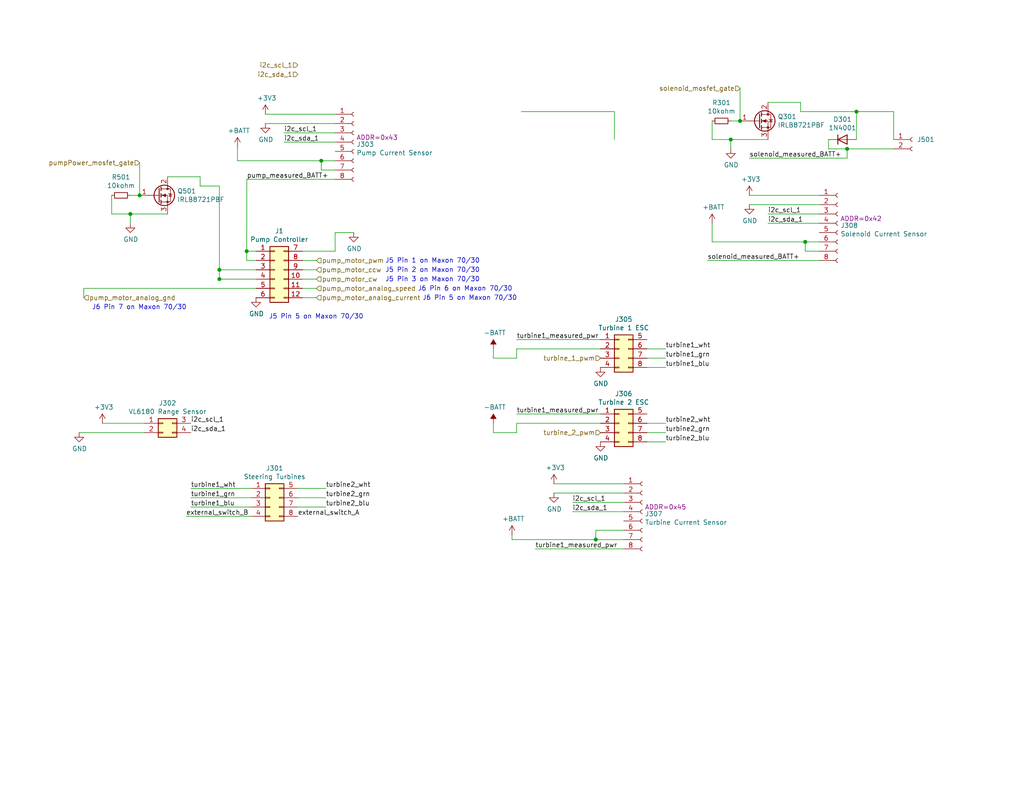
<source format=kicad_sch>
(kicad_sch (version 20211123) (generator eeschema)
  (paper "USLetter")
  (title_block (date "2021-11-10") (rev "1.0"))
  (lib_symbols
    (symbol "Connector:Conn_01x02_Female" (pin_names (offset 1.016) hide)
      (property "Reference" "J" (at 0 2.54 0))
      (property "Value" "Conn_01x02_Female" (at 0 -5.08 0))
      (symbol "Conn_01x02_Female_1_1"
        (arc (start 0 -2.032) (mid -0.508 -2.54) (end 0 -3.048) (stroke (width 0.1524)))
        (polyline (pts (xy -1.27 -2.54) (xy -0.508 -2.54)) (stroke (width 0.1524)))
        (polyline (pts (xy -1.27 0) (xy -0.508 0)) (stroke (width 0.1524)))
        (arc (start 0 0.508) (mid -0.508 0) (end 0 -0.508) (stroke (width 0.1524)))
        (pin passive line (at -5.08 0 0) (length 3.81) (name "Pin_1") (number "1"))
        (pin passive line (at -5.08 -2.54 0) (length 3.81) (name "Pin_2") (number "2"))
      )
    )
    (symbol "Connector:Conn_01x08_Female" (pin_names (offset 1.016) hide)
      (property "Reference" "J" (at 0 10.16 0))
      (property "Value" "Conn_01x08_Female" (at 0 -12.7 0))
      (symbol "Conn_01x08_Female_1_1"
        (arc (start 0 -9.652) (mid -0.508 -10.16) (end 0 -10.668) (stroke (width 0.1524)))
        (arc (start 0 -7.112) (mid -0.508 -7.62) (end 0 -8.128) (stroke (width 0.1524)))
        (arc (start 0 -4.572) (mid -0.508 -5.08) (end 0 -5.588) (stroke (width 0.1524)))
        (arc (start 0 -2.032) (mid -0.508 -2.54) (end 0 -3.048) (stroke (width 0.1524)))
        (polyline (pts (xy -1.27 -10.16) (xy -0.508 -10.16)) (stroke (width 0.1524)))
        (polyline (pts (xy -1.27 -7.62) (xy -0.508 -7.62)) (stroke (width 0.1524)))
        (polyline (pts (xy -1.27 -5.08) (xy -0.508 -5.08)) (stroke (width 0.1524)))
        (polyline (pts (xy -1.27 -2.54) (xy -0.508 -2.54)) (stroke (width 0.1524)))
        (polyline (pts (xy -1.27 0) (xy -0.508 0)) (stroke (width 0.1524)))
        (polyline (pts (xy -1.27 2.54) (xy -0.508 2.54)) (stroke (width 0.1524)))
        (polyline (pts (xy -1.27 5.08) (xy -0.508 5.08)) (stroke (width 0.1524)))
        (polyline (pts (xy -1.27 7.62) (xy -0.508 7.62)) (stroke (width 0.1524)))
        (arc (start 0 0.508) (mid -0.508 0) (end 0 -0.508) (stroke (width 0.1524)))
        (arc (start 0 3.048) (mid -0.508 2.54) (end 0 2.032) (stroke (width 0.1524)))
        (arc (start 0 5.588) (mid -0.508 5.08) (end 0 4.572) (stroke (width 0.1524)))
        (arc (start 0 8.128) (mid -0.508 7.62) (end 0 7.112) (stroke (width 0.1524)))
        (pin passive line (at -5.08 7.62 0) (length 3.81) (name "Pin_1") (number "1"))
        (pin passive line (at -5.08 5.08 0) (length 3.81) (name "Pin_2") (number "2"))
        (pin passive line (at -5.08 2.54 0) (length 3.81) (name "Pin_3") (number "3"))
        (pin passive line (at -5.08 0 0) (length 3.81) (name "Pin_4") (number "4"))
        (pin passive line (at -5.08 -2.54 0) (length 3.81) (name "Pin_5") (number "5"))
        (pin passive line (at -5.08 -5.08 0) (length 3.81) (name "Pin_6") (number "6"))
        (pin passive line (at -5.08 -7.62 0) (length 3.81) (name "Pin_7") (number "7"))
        (pin passive line (at -5.08 -10.16 0) (length 3.81) (name "Pin_8") (number "8"))
      )
    )
    (symbol "Connector_Generic:Conn_02x02_Top_Bottom" (pin_names (offset 1.016) hide)
      (property "Reference" "J" (at 1.27 2.54 0))
      (property "Value" "Conn_02x02_Top_Bottom" (at 1.27 -5.08 0))
      (symbol "Conn_02x02_Top_Bottom_1_1"
        (rectangle (start -1.27 -2.413) (end 0 -2.667) (stroke (width 0.1524)))
        (rectangle (start -1.27 0.127) (end 0 -0.127) (stroke (width 0.1524)))
        (rectangle (start -1.27 1.27) (end 3.81 -3.81) (stroke (width 0.254)) (fill (type background)))
        (rectangle (start 3.81 -2.413) (end 2.54 -2.667) (stroke (width 0.1524)))
        (rectangle (start 3.81 0.127) (end 2.54 -0.127) (stroke (width 0.1524)))
        (pin passive line (at -5.08 0 0) (length 3.81) (name "Pin_1") (number "1"))
        (pin passive line (at -5.08 -2.54 0) (length 3.81) (name "Pin_2") (number "2"))
        (pin passive line (at 7.62 0 180) (length 3.81) (name "Pin_3") (number "3"))
        (pin passive line (at 7.62 -2.54 180) (length 3.81) (name "Pin_4") (number "4"))
      )
    )
    (symbol "Connector_Generic:Conn_02x04_Top_Bottom" (pin_names (offset 1.016) hide)
      (property "Reference" "J" (at 1.27 5.08 0))
      (property "Value" "Conn_02x04_Top_Bottom" (at 1.27 -7.62 0))
      (symbol "Conn_02x04_Top_Bottom_1_1"
        (rectangle (start -1.27 -4.953) (end 0 -5.207) (stroke (width 0.1524)))
        (rectangle (start -1.27 -2.413) (end 0 -2.667) (stroke (width 0.1524)))
        (rectangle (start -1.27 0.127) (end 0 -0.127) (stroke (width 0.1524)))
        (rectangle (start -1.27 2.667) (end 0 2.413) (stroke (width 0.1524)))
        (rectangle (start -1.27 3.81) (end 3.81 -6.35) (stroke (width 0.254)) (fill (type background)))
        (rectangle (start 3.81 -4.953) (end 2.54 -5.207) (stroke (width 0.1524)))
        (rectangle (start 3.81 -2.413) (end 2.54 -2.667) (stroke (width 0.1524)))
        (rectangle (start 3.81 0.127) (end 2.54 -0.127) (stroke (width 0.1524)))
        (rectangle (start 3.81 2.667) (end 2.54 2.413) (stroke (width 0.1524)))
        (pin passive line (at -5.08 2.54 0) (length 3.81) (name "Pin_1") (number "1"))
        (pin passive line (at -5.08 0 0) (length 3.81) (name "Pin_2") (number "2"))
        (pin passive line (at -5.08 -2.54 0) (length 3.81) (name "Pin_3") (number "3"))
        (pin passive line (at -5.08 -5.08 0) (length 3.81) (name "Pin_4") (number "4"))
        (pin passive line (at 7.62 2.54 180) (length 3.81) (name "Pin_5") (number "5"))
        (pin passive line (at 7.62 0 180) (length 3.81) (name "Pin_6") (number "6"))
        (pin passive line (at 7.62 -2.54 180) (length 3.81) (name "Pin_7") (number "7"))
        (pin passive line (at 7.62 -5.08 180) (length 3.81) (name "Pin_8") (number "8"))
      )
    )
    (symbol "Connector_Generic:Conn_02x06_Top_Bottom" (pin_names (offset 1.016) hide)
      (property "Reference" "J" (at 1.27 7.62 0))
      (property "Value" "Conn_02x06_Top_Bottom" (at 1.27 -10.16 0))
      (symbol "Conn_02x06_Top_Bottom_1_1"
        (rectangle (start -1.27 -7.493) (end 0 -7.747) (stroke (width 0.1524)))
        (rectangle (start -1.27 -4.953) (end 0 -5.207) (stroke (width 0.1524)))
        (rectangle (start -1.27 -2.413) (end 0 -2.667) (stroke (width 0.1524)))
        (rectangle (start -1.27 0.127) (end 0 -0.127) (stroke (width 0.1524)))
        (rectangle (start -1.27 2.667) (end 0 2.413) (stroke (width 0.1524)))
        (rectangle (start -1.27 5.207) (end 0 4.953) (stroke (width 0.1524)))
        (rectangle (start -1.27 6.35) (end 3.81 -8.89) (stroke (width 0.254)) (fill (type background)))
        (rectangle (start 3.81 -7.493) (end 2.54 -7.747) (stroke (width 0.1524)))
        (rectangle (start 3.81 -4.953) (end 2.54 -5.207) (stroke (width 0.1524)))
        (rectangle (start 3.81 -2.413) (end 2.54 -2.667) (stroke (width 0.1524)))
        (rectangle (start 3.81 0.127) (end 2.54 -0.127) (stroke (width 0.1524)))
        (rectangle (start 3.81 2.667) (end 2.54 2.413) (stroke (width 0.1524)))
        (rectangle (start 3.81 5.207) (end 2.54 4.953) (stroke (width 0.1524)))
        (pin passive line (at -5.08 5.08 0) (length 3.81) (name "Pin_1") (number "1"))
        (pin passive line (at 7.62 -2.54 180) (length 3.81) (name "Pin_10") (number "10"))
        (pin passive line (at 7.62 -5.08 180) (length 3.81) (name "Pin_11") (number "11"))
        (pin passive line (at 7.62 -7.62 180) (length 3.81) (name "Pin_12") (number "12"))
        (pin passive line (at -5.08 2.54 0) (length 3.81) (name "Pin_2") (number "2"))
        (pin passive line (at -5.08 0 0) (length 3.81) (name "Pin_3") (number "3"))
        (pin passive line (at -5.08 -2.54 0) (length 3.81) (name "Pin_4") (number "4"))
        (pin passive line (at -5.08 -5.08 0) (length 3.81) (name "Pin_5") (number "5"))
        (pin passive line (at -5.08 -7.62 0) (length 3.81) (name "Pin_6") (number "6"))
        (pin passive line (at 7.62 5.08 180) (length 3.81) (name "Pin_7") (number "7"))
        (pin passive line (at 7.62 2.54 180) (length 3.81) (name "Pin_8") (number "8"))
        (pin passive line (at 7.62 0 180) (length 3.81) (name "Pin_9") (number "9"))
      )
    )
    (symbol "Device:R_Small" (pin_numbers hide) (pin_names (offset 0.254) hide)
      (property "Reference" "R" (at 0.762 0.508 0))
      (property "Value" "R_Small" (at 0.762 -1.016 0))
      (symbol "R_Small_0_1"
        (rectangle (start -0.762 1.778) (end 0.762 -1.778) (stroke (width 0.2032)))
      )
      (symbol "R_Small_1_1"
        (pin passive line (at 0 2.54 270) (length 0.762) (name "~") (number "1"))
        (pin passive line (at 0 -2.54 90) (length 0.762) (name "~") (number "2"))
      )
    )
    (symbol "Diode:1N4001" (pin_numbers hide) (pin_names (offset 1.016) hide)
      (property "Reference" "D" (at 0 2.54 0))
      (property "Value" "1N4001" (at 0 -2.54 0))
      (symbol "1N4001_0_1"
        (polyline (pts (xy -1.27 1.27) (xy -1.27 -1.27)) (stroke (width 0.254)))
        (polyline (pts (xy 1.27 0) (xy -1.27 0)))
        (polyline (pts (xy 1.27 1.27) (xy 1.27 -1.27) (xy -1.27 0) (xy 1.27 1.27)) (stroke (width 0.254)))
      )
      (symbol "1N4001_1_1"
        (pin passive line (at -3.81 0 0) (length 2.54) (name "K") (number "1"))
        (pin passive line (at 3.81 0 180) (length 2.54) (name "A") (number "2"))
      )
    )
    (symbol "Transistor_FET:IRLB8721PBF" (pin_names hide)
      (property "Reference" "Q" (at 6.35 1.905 0))
      (property "Value" "IRLB8721PBF" (at 6.35 0 0))
      (symbol "IRLB8721PBF_0_1"
        (polyline (pts (xy 0.254 0) (xy -2.54 0)))
        (polyline (pts (xy 0.254 1.905) (xy 0.254 -1.905)) (stroke (width 0.254)))
        (polyline (pts (xy 0.762 -1.27) (xy 0.762 -2.286)) (stroke (width 0.254)))
        (polyline (pts (xy 0.762 0.508) (xy 0.762 -0.508)) (stroke (width 0.254)))
        (polyline (pts (xy 0.762 2.286) (xy 0.762 1.27)) (stroke (width 0.254)))
        (polyline (pts (xy 2.54 2.54) (xy 2.54 1.778)))
        (polyline (pts (xy 2.54 -2.54) (xy 2.54 0) (xy 0.762 0)))
        (polyline (pts (xy 0.762 -1.778) (xy 3.302 -1.778) (xy 3.302 1.778) (xy 0.762 1.778)))
        (polyline (pts (xy 1.016 0) (xy 2.032 0.381) (xy 2.032 -0.381) (xy 1.016 0)) (fill (type outline)))
        (polyline (pts (xy 2.794 0.508) (xy 2.921 0.381) (xy 3.683 0.381) (xy 3.81 0.254)))
        (polyline (pts (xy 3.302 0.381) (xy 2.921 -0.254) (xy 3.683 -0.254) (xy 3.302 0.381)))
        (circle (center 1.651 0) (radius 2.794) (stroke (width 0.254)))
        (circle (center 2.54 -1.778) (radius 0.254) (fill (type outline)))
        (circle (center 2.54 1.778) (radius 0.254) (fill (type outline)))
      )
      (symbol "IRLB8721PBF_1_1"
        (pin input line (at -5.08 0 0) (length 2.54) (name "G") (number "1"))
        (pin passive line (at 2.54 5.08 270) (length 2.54) (name "D") (number "2"))
        (pin passive line (at 2.54 -5.08 90) (length 2.54) (name "S") (number "3"))
      )
    )
    (symbol "power:+3.3V" (power) (pin_names (offset 0))
      (property "Value" "+3.3V" (at 0 3.556 0))
      (symbol "+3.3V_0_1"
        (polyline (pts (xy -0.762 1.27) (xy 0 2.54)))
        (polyline (pts (xy 0 0) (xy 0 2.54)))
        (polyline (pts (xy 0 2.54) (xy 0.762 1.27)))
      )
      (symbol "+3.3V_1_1"
        (pin power_in line (at 0 0 90) (length 0) hide (name "+3V3") (number "1"))
      )
    )
    (symbol "power:+BATT" (power) (pin_names (offset 0))
      (property "Value" "+BATT" (at 0 3.556 0))
      (symbol "+BATT_0_1"
        (polyline (pts (xy -0.762 1.27) (xy 0 2.54)))
        (polyline (pts (xy 0 0) (xy 0 2.54)))
        (polyline (pts (xy 0 2.54) (xy 0.762 1.27)))
      )
      (symbol "+BATT_1_1"
        (pin power_in line (at 0 0 90) (length 0) hide (name "+BATT") (number "1"))
      )
    )
    (symbol "power:-BATT" (power) (pin_names (offset 0))
      (property "Value" "-BATT" (at 0 3.556 0))
      (symbol "-BATT_0_1"
        (polyline (pts (xy 0 0) (xy 0 2.54)))
        (polyline (pts (xy 0.762 1.27) (xy -0.762 1.27) (xy 0 2.54) (xy 0.762 1.27)) (fill (type outline)))
      )
      (symbol "-BATT_1_1"
        (pin power_in line (at 0 0 90) (length 0) hide (name "-BATT") (number "1"))
      )
    )
    (symbol "power:GND" (power) (pin_names (offset 0))
      (property "Value" "GND" (at 0 -3.81 0))
      (symbol "GND_0_1"
        (polyline (pts (xy 0 0) (xy 0 -1.27) (xy 1.27 -1.27) (xy 0 -2.54) (xy -1.27 -1.27) (xy 0 -1.27)))
      )
      (symbol "GND_1_1"
        (pin power_in line (at 0 0 270) (length 0) hide (name "GND") (number "1"))
      )
    )
  )
  (junction (at 59.8563 73.66))
  (junction (at 35.56 58.42))
  (junction (at 59.8563 76.2))
  (junction (at 219.71 66.04))
  (junction (at 67.31 68.58))
  (junction (at 233.68 30.48))
  (junction (at 231.14 40.64))
  (junction (at 162.56 147.32))
  (junction (at 201.93 33.02))
  (junction (at 38.1 53.34))
  (junction (at 87.6561 43.8857))
  (junction (at 199.39 38.1))
  (wire (pts (xy 146.05 149.86) (xy 170.18 149.86)))
  (wire (pts (xy 59.8563 76.2) (xy 59.69 76.2)))
  (wire (pts (xy 170.18 144.78) (xy 162.56 144.78)))
  (wire (pts (xy 59.8563 73.66) (xy 59.8563 50.8)))
  (wire (pts (xy 233.68 30.48) (xy 243.84 30.48)))
  (wire (pts (xy 181.61 100.33) (xy 176.53 100.33)))
  (wire (pts (xy 142.24 30.48) (xy 167.64 30.48)))
  (wire (pts (xy 22.86 78.74) (xy 69.85 78.74)))
  (wire (pts (xy 134.62 95.25) (xy 134.62 97.79)))
  (wire (pts (xy 181.61 95.25) (xy 176.53 95.25)))
  (wire (pts (xy 87.6561 46.4257) (xy 87.6561 43.8857)))
  (wire (pts (xy 81.28 133.35) (xy 88.9 133.35)))
  (wire (pts (xy 67.3361 48.9657) (xy 91.4661 48.9657)))
  (wire (pts (xy 67.31 68.58) (xy 69.85 68.58)))
  (wire (pts (xy 82.55 73.66) (xy 86.36 73.66)))
  (wire (pts (xy 67.31 68.58) (xy 67.3361 60.3957)))
  (wire (pts (xy 204.47 55.88) (xy 223.52 55.88)))
  (wire (pts (xy 54.61 50.8) (xy 54.61 48.26)))
  (wire (pts (xy 162.56 147.32) (xy 139.7 147.32)))
  (wire (pts (xy 72.4161 31.1857) (xy 91.4661 31.1857)))
  (wire (pts (xy 134.62 118.11) (xy 140.97 118.11)))
  (wire (pts (xy 140.97 113.03) (xy 163.83 113.03)))
  (wire (pts (xy 45.72 58.42) (xy 35.56 58.42)))
  (wire (pts (xy 69.85 71.12) (xy 67.31 71.12)))
  (wire (pts (xy 226.06 40.64) (xy 231.14 40.64)))
  (wire (pts (xy 199.39 38.1) (xy 199.39 40.64)))
  (wire (pts (xy 194.31 38.1) (xy 199.39 38.1)))
  (wire (pts (xy 201.93 24.13) (xy 201.93 33.02)))
  (wire (pts (xy 82.55 71.12) (xy 86.36 71.12)))
  (wire (pts (xy 181.61 120.65) (xy 176.53 120.65)))
  (wire (pts (xy 223.52 68.58) (xy 219.71 68.58)))
  (wire (pts (xy 233.68 38.1) (xy 233.68 30.48)))
  (wire (pts (xy 21.59 118.11) (xy 39.37 118.11)))
  (wire (pts (xy 69.85 76.2) (xy 59.8563 76.2)))
  (wire (pts (xy 35.56 58.42) (xy 35.56 60.96)))
  (wire (pts (xy 181.61 118.11) (xy 176.53 118.11)))
  (wire (pts (xy 140.97 115.57) (xy 163.83 115.57)))
  (wire (pts (xy 193.04 71.12) (xy 223.52 71.12)))
  (wire (pts (xy 38.1 44.45) (xy 38.1 53.34)))
  (wire (pts (xy 52.07 133.35) (xy 68.58 133.35)))
  (wire (pts (xy 219.71 66.04) (xy 194.31 66.04)))
  (wire (pts (xy 162.56 144.78) (xy 162.56 147.32)))
  (wire (pts (xy 219.71 66.04) (xy 223.52 66.04)))
  (wire (pts (xy 204.47 43.18) (xy 231.14 43.18)))
  (wire (pts (xy 67.3361 60.3957) (xy 67.3361 48.9657)))
  (wire (pts (xy 50.8 140.97) (xy 68.58 140.97)))
  (wire (pts (xy 151.13 134.62) (xy 170.18 134.62)))
  (wire (pts (xy 231.14 43.18) (xy 231.14 40.64)))
  (wire (pts (xy 77.4961 38.8057) (xy 91.4661 38.8057)))
  (wire (pts (xy 64.7961 43.8857) (xy 64.7961 40.0757)))
  (wire (pts (xy 167.64 38.1) (xy 167.64 30.48)))
  (wire (pts (xy 54.61 48.26) (xy 45.72 48.26)))
  (wire (pts (xy 77.4961 36.2657) (xy 91.4661 36.2657)))
  (wire (pts (xy 204.47 53.34) (xy 223.52 53.34)))
  (wire (pts (xy 22.86 78.74) (xy 22.86 81.28)))
  (wire (pts (xy 82.55 81.28) (xy 86.36 81.28)))
  (wire (pts (xy 181.61 97.79) (xy 176.53 97.79)))
  (wire (pts (xy 218.44 27.94) (xy 209.55 27.94)))
  (wire (pts (xy 226.06 40.64) (xy 226.06 38.1)))
  (wire (pts (xy 81.28 135.89) (xy 88.9 135.89)))
  (wire (pts (xy 209.55 60.96) (xy 223.52 60.96)))
  (wire (pts (xy 35.56 53.34) (xy 38.1 53.34)))
  (wire (pts (xy 194.31 33.02) (xy 194.31 38.1)))
  (wire (pts (xy 81.28 138.43) (xy 88.9 138.43)))
  (wire (pts (xy 140.97 97.79) (xy 140.97 95.25)))
  (wire (pts (xy 140.97 92.71) (xy 163.83 92.71)))
  (wire (pts (xy 209.55 58.42) (xy 223.52 58.42)))
  (wire (pts (xy 82.55 78.74) (xy 86.36 78.74)))
  (wire (pts (xy 151.13 132.08) (xy 170.18 132.08)))
  (wire (pts (xy 140.97 118.11) (xy 140.97 115.57)))
  (wire (pts (xy 194.31 66.04) (xy 194.31 60.96)))
  (wire (pts (xy 209.55 38.1) (xy 199.39 38.1)))
  (wire (pts (xy 96.52 63.5) (xy 91.44 63.5)))
  (wire (pts (xy 134.62 97.79) (xy 140.97 97.79)))
  (wire (pts (xy 233.68 30.48) (xy 218.44 30.48)))
  (wire (pts (xy 231.14 40.64) (xy 243.84 40.64)))
  (wire (pts (xy 170.18 147.32) (xy 162.56 147.32)))
  (wire (pts (xy 91.4661 46.4257) (xy 87.6561 46.4257)))
  (wire (pts (xy 218.44 30.48) (xy 218.44 27.94)))
  (wire (pts (xy 134.62 115.57) (xy 134.62 118.11)))
  (wire (pts (xy 30.48 53.34) (xy 30.48 58.42)))
  (wire (pts (xy 87.6561 43.8857) (xy 64.7961 43.8857)))
  (wire (pts (xy 59.8563 73.66) (xy 69.85 73.66)))
  (wire (pts (xy 82.55 76.2) (xy 86.36 76.2)))
  (wire (pts (xy 243.84 38.1) (xy 243.84 30.48)))
  (wire (pts (xy 52.07 138.43) (xy 68.58 138.43)))
  (wire (pts (xy 87.6561 43.8857) (xy 91.4661 43.8857)))
  (wire (pts (xy 59.8563 76.2) (xy 59.8563 73.66)))
  (wire (pts (xy 140.97 95.25) (xy 163.83 95.25)))
  (wire (pts (xy 27.94 115.57) (xy 39.37 115.57)))
  (wire (pts (xy 156.21 139.7) (xy 170.18 139.7)))
  (wire (pts (xy 199.39 33.02) (xy 201.93 33.02)))
  (wire (pts (xy 59.69 73.66) (xy 59.8563 73.66)))
  (wire (pts (xy 181.61 115.57) (xy 176.53 115.57)))
  (wire (pts (xy 156.21 137.16) (xy 170.18 137.16)))
  (wire (pts (xy 59.8563 50.8) (xy 54.61 50.8)))
  (wire (pts (xy 139.7 147.32) (xy 139.7 146.05)))
  (wire (pts (xy 91.44 63.5) (xy 91.44 68.58)))
  (wire (pts (xy 219.71 68.58) (xy 219.71 66.04)))
  (wire (pts (xy 52.07 135.89) (xy 68.58 135.89)))
  (wire (pts (xy 72.4161 33.7257) (xy 91.4661 33.7257)))
  (wire (pts (xy 82.55 68.58) (xy 91.44 68.58)))
  (wire (pts (xy 67.31 71.12) (xy 67.31 68.58)))
  (wire (pts (xy 30.48 58.42) (xy 35.56 58.42)))
  (text "J5 Pin 5 on Maxon 70/30" (at 73.3552 87.2744 0) (effects (font (size 1.27 1.27)) (justify left bottom)))
  (text "J6 Pin 5 on Maxon 70/30" (at 115.2652 82.1944 0) (effects (font (size 1.27 1.27)) (justify left bottom)))
  (text "J6 Pin 6 on Maxon 70/30" (at 113.9952 79.6544 0) (effects (font (size 1.27 1.27)) (justify left bottom)))
  (text "J5 Pin 2 on Maxon 70/30" (at 105.1052 74.5744 0) (effects (font (size 1.27 1.27)) (justify left bottom)))
  (text "J5 Pin 3 on Maxon 70/30" (at 105.1052 77.1144 0) (effects (font (size 1.27 1.27)) (justify left bottom)))
  (text "J5 Pin 1 on Maxon 70/30" (at 105.1052 72.0344 0) (effects (font (size 1.27 1.27)) (justify left bottom)))
  (text "J6 Pin 7 on Maxon 70/30" (at 25.0952 84.7344 0) (effects (font (size 1.27 1.27)) (justify left bottom)))
  (label "turbine2_blu" (at 181.61 120.65 0))
  (label "turbine1_measured_pwr" (at 146.05 149.86 0))
  (label "i2c_scl_1" (at 77.4961 36.2657 0))
  (label "turbine2_wht" (at 181.61 115.57 0))
  (label "solenoid_measured_BATT+" (at 204.47 43.18 0))
  (label "turbine1_grn" (at 181.61 97.79 0))
  (label "external_switch_A" (at 81.28 140.97 0))
  (label "pump_measured_BATT+" (at 67.3361 48.9657 0))
  (label "i2c_scl_1" (at 52.07 115.57 0))
  (label "turbine1_blu" (at 181.61 100.33 0))
  (label "turbine1_blu" (at 52.07 138.43 0))
  (label "i2c_sda_1" (at 77.4961 38.8057 0))
  (label "i2c_sda_1" (at 209.55 60.96 0))
  (label "turbine2_grn" (at 88.9 135.89 0))
  (label "i2c_scl_1" (at 209.55 58.42 0))
  (label "turbine2_blu" (at 88.9 138.43 0))
  (label "turbine1_wht" (at 181.61 95.25 0))
  (label "turbine1_measured_pwr" (at 140.97 92.71 0))
  (label "turbine1_measured_pwr" (at 140.97 113.03 0))
  (label "i2c_scl_1" (at 156.21 137.16 0))
  (label "turbine2_grn" (at 181.61 118.11 0))
  (label "turbine2_wht" (at 88.9 133.35 0))
  (label "i2c_sda_1" (at 156.21 139.7 0))
  (label "turbine1_wht" (at 52.07 133.35 0))
  (label "solenoid_measured_BATT+" (at 193.04 71.12 0))
  (label "turbine1_grn" (at 52.07 135.89 0))
  (label "external_switch_B" (at 50.8 140.97 0))
  (label "i2c_sda_1" (at 52.07 118.11 0))
  (hierarchical_label "solenoid_mosfet_gate" (shape input) (at 201.93 24.13 180))
  (hierarchical_label "turbine_1_pwm" (shape input) (at 163.83 97.79 180))
  (hierarchical_label "pump_motor_analog_current" (shape input) (at 86.36 81.28 0))
  (hierarchical_label "pump_motor_pwm" (shape input) (at 86.36 71.12 0))
  (hierarchical_label "pump_motor_analog_speed" (shape input) (at 86.36 78.74 0))
  (hierarchical_label "turbine_2_pwm" (shape input) (at 163.83 118.11 180))
  (hierarchical_label "i2c_sda_1" (shape input) (at 81.28 20.32 180))
  (hierarchical_label "pumpPower_mosfet_gate" (shape input) (at 38.1 44.45 180))
  (hierarchical_label "pump_motor_cw" (shape input) (at 86.36 76.2 0))
  (hierarchical_label "pump_motor_analog_gnd" (shape input) (at 22.86 81.28 0))
  (hierarchical_label "i2c_scl_1" (shape input) (at 81.28 17.78 180))
  (hierarchical_label "pump_motor_ccw" (shape input) (at 86.36 73.66 0))
  (symbol (lib_id "power:+3.3V") (at 72.4161 31.1857 0) (unit 1)
    (property "Reference" "#PWR0302" (effects hide))
    (property "Value" "+3.3V" (at 72.7971 26.7915 0))
  )
  (symbol (lib_id "power:GND") (at 72.4161 33.7257 0) (unit 1)
    (property "Reference" "#PWR0303" (effects hide))
    (property "Value" "GND" (at 72.5431 38.1199 0))
  )
  (symbol (lib_id "power:+BATT") (at 64.7961 40.0757 0) (unit 1)
    (property "Reference" "#PWR0307" (effects hide))
    (property "Value" "+BATT" (at 65.1771 35.6815 0))
  )
  (symbol (lib_id "power:+3.3V") (at 151.13 132.08 0) (unit 1)
    (property "Reference" "#PWR0311" (effects hide))
    (property "Value" "+3.3V" (at 151.511 127.6858 0))
  )
  (symbol (lib_id "power:GND") (at 151.13 134.62 0) (unit 1)
    (property "Reference" "#PWR0312" (effects hide))
    (property "Value" "GND" (at 151.257 139.0142 0))
  )
  (symbol (lib_id "power:+BATT") (at 139.7 146.05 0) (unit 1)
    (property "Reference" "#PWR0315" (effects hide))
    (property "Value" "+BATT" (at 140.081 141.6558 0))
  )
  (symbol (lib_id "power:GND") (at 96.52 63.5 0) (unit 1)
    (property "Reference" "#PWR0308" (effects hide))
    (property "Value" "GND" (at 96.647 67.8942 0))
  )
  (symbol (lib_id "power:GND") (at 69.85 81.28 0) (unit 1)
    (property "Reference" "#PWR0305" (effects hide))
    (property "Value" "GND" (at 69.977 85.6742 0))
  )
  (symbol (lib_id "Connector_Generic:Conn_02x06_Top_Bottom") (at 74.93 73.66 0) (unit 1)
    (property "Reference" "J1" (at 76.2 63.0682 0))
    (property "Value" "Pump Controller" (at 76.2 65.3796 0))
    (property "Footprint" "Connector_Molex:Molex_Micro-Fit_3.0_43045-1221_2x06-1MP_P3.00mm_Horizontal" (effects hide))
    (property "Link" "https://www.digikey.com/en/products/detail/cui-devices/TBP01R1W-508-12BE/10238432" (effects hide))
    (property "MPN" "TBP01R1W-508-12BE" (effects hide))
    (property "MANUFACTURER" "CUI Devices" (effects hide))
    (property "Price" "2.07" (effects hide))
  )
  (symbol (lib_id "Transistor_FET:IRLB8721PBF") (at 207.01 33.02 0) (unit 1)
    (property "Reference" "Q301" (at 212.1916 31.8516 0) (effects (justify left)))
    (property "Value" "IRLB8721PBF" (at 212.1916 34.163 0) (effects (justify left)))
    (property "Footprint" "Package_TO_SOT_THT:TO-220-3_Vertical" (effects hide))
    (property "Link" "https://www.digikey.com/en/products/detail/infineon-technologies/IRLB8721PBF/2127670" (effects hide))
    (property "MPN" "IRLZ44NPBF" (effects hide))
    (property "Price" "1.08" (effects hide))
    (property "Manufacturer" "Infineon" (effects hide))
  )
  (symbol (lib_id "Diode:1N4001") (at 229.87 38.1 0) (unit 1)
    (property "Reference" "D301" (at 229.87 32.5882 0))
    (property "Value" "1N4001" (at 229.87 34.8996 0))
    (property "Footprint" "Diode_THT:D_DO-41_SOD81_P10.16mm_Horizontal" (effects hide))
    (property "Datasheet" "http://www.vishay.com/docs/88503/1n4001.pdf" (effects hide))
    (property "Link" "https://www.digikey.com/en/products/detail/vishay-general-semiconductor-diodes-division/1N4001GP-E3-54/2142384" (effects hide))
    (property "MANUFACTURER" "Vishay" (effects hide))
    (property "Price" "0.52" (effects hide))
  )
  (symbol (lib_id "Device:R_Small") (at 196.85 33.02 90) (unit 1)
    (property "Reference" "R301" (at 196.85 28.0416 90))
    (property "Value" "10kohm" (at 196.85 30.353 90))
    (property "Footprint" "Resistor_THT:R_Axial_DIN0204_L3.6mm_D1.6mm_P5.08mm_Vertical" (effects hide))
  )
  (symbol (lib_id "power:GND") (at 199.39 40.64 0) (unit 1)
    (property "Reference" "#PWR0316" (effects hide))
    (property "Value" "GND" (at 199.517 45.0342 0))
  )
  (symbol (lib_id "power:+BATT") (at 194.31 60.96 0) (unit 1)
    (property "Reference" "#PWR0319" (effects hide))
    (property "Value" "+BATT" (at 194.691 56.5658 0))
  )
  (symbol (lib_id "power:GND") (at 204.47 55.88 0) (unit 1)
    (property "Reference" "#PWR0318" (effects hide))
    (property "Value" "GND" (at 204.597 60.2742 0))
  )
  (symbol (lib_id "power:+3.3V") (at 204.47 53.34 0) (unit 1)
    (property "Reference" "#PWR0317" (effects hide))
    (property "Value" "+3.3V" (at 204.851 48.9458 0))
  )
  (symbol (lib_id "power:GND") (at 163.83 120.65 0) (unit 1)
    (property "Reference" "#PWR0314" (effects hide))
    (property "Value" "GND" (at 163.957 125.0442 0))
  )
  (symbol (lib_id "power:-BATT") (at 134.62 115.57 0) (unit 1)
    (property "Reference" "#PWR0310" (effects hide))
    (property "Value" "-BATT" (at 135.001 111.1758 0))
  )
  (symbol (lib_id "Connector_Generic:Conn_02x04_Top_Bottom") (at 168.91 115.57 0) (unit 1)
    (property "Reference" "J306" (at 170.18 107.5182 0))
    (property "Value" "Turbine 2 ESC" (at 170.18 109.8296 0))
    (property "Footprint" "Connector_Molex:Molex_Micro-Fit_3.0_43045-0821_2x04-1MP_P3.00mm_Horizontal" (effects hide))
    (property "Link" "https://www.digikey.com/en/products/detail/cui-devices/TBP01R1W-508-08BE/10238430" (effects hide))
    (property "MANUFACTURER" "CUI Devices" (effects hide))
    (property "MPN" "TBP01R1W-508-08BE" (effects hide))
    (property "Price" "1.75" (effects hide))
    (property "Link2" "https://bluerobotics.com/store/thrusters/speed-controllers/besc30-r3/" (effects hide))
    (property "MATE_Link" "https://www.digikey.com/en/products/detail/cui-devices/TBP01P1W-508-08BE/10238420" (effects hide))
    (property "MATE_MPN" "TBP01P1W-508-08BE" (effects hide))
    (property "MATE_Price" "2.54" (effects hide))
    (property "MPN2" "BESC30-R3" (effects hide))
    (property "Manufacturer" "Blue Robotics" (effects hide))
    (property "Price2" "30" (effects hide))
  )
  (symbol (lib_id "power:GND") (at 163.83 100.33 0) (unit 1)
    (property "Reference" "#PWR0313" (effects hide))
    (property "Value" "GND" (at 163.957 104.7242 0))
  )
  (symbol (lib_id "power:-BATT") (at 134.62 95.25 0) (unit 1)
    (property "Reference" "#PWR0309" (effects hide))
    (property "Value" "-BATT" (at 135.001 90.8558 0))
  )
  (symbol (lib_id "Connector_Generic:Conn_02x04_Top_Bottom") (at 168.91 95.25 0) (unit 1)
    (property "Reference" "J305" (at 170.18 87.1982 0))
    (property "Value" "Turbine 1 ESC" (at 170.18 89.5096 0))
    (property "Footprint" "Connector_Molex:Molex_Micro-Fit_3.0_43045-0821_2x04-1MP_P3.00mm_Horizontal" (effects hide))
    (property "Link" "https://www.digikey.com/en/products/detail/cui-devices/TBP01R1W-508-08BE/10238430" (effects hide))
    (property "MANUFACTURER" "CUI Devices" (effects hide))
    (property "MPN" "TBP01R1W-508-08BE" (effects hide))
    (property "Price" "1.75" (effects hide))
    (property "Link2" "https://bluerobotics.com/store/thrusters/speed-controllers/besc30-r3/" (effects hide))
    (property "MATE_Link" "https://www.digikey.com/en/products/detail/cui-devices/TBP01P1W-508-08BE/10238420" (effects hide))
    (property "MATE_MPN" "TBP01P1W-508-08BE" (effects hide))
    (property "MATE_Price" "2.54" (effects hide))
    (property "MPN2" "BESC30-R3" (effects hide))
    (property "Manufacturer" "Blue Robotics" (effects hide))
    (property "Price2" "30" (effects hide))
  )
  (symbol (lib_id "Connector_Generic:Conn_02x04_Top_Bottom") (at 73.66 135.89 0) (unit 1)
    (property "Reference" "J301" (at 74.93 127.8382 0))
    (property "Value" "Steering Turbines" (at 74.93 130.1496 0))
    (property "Footprint" "Connector_Molex:Molex_Micro-Fit_3.0_43045-0821_2x04-1MP_P3.00mm_Horizontal" (effects hide))
    (property "Link" "https://www.digikey.com/short/zjp71dn8" (effects hide))
    (property "MPN" "0430450821" (effects hide))
    (property "Price" "2.63" (effects hide))
    (property "MATE_Link" "https://www.digikey.com/en/products/detail/molex/0430250800/252499" (effects hide))
    (property "MATE_MPN" "430250800" (effects hide))
    (property "MATE_Price" "0.6" (effects hide))
    (property "MANUFACTURER" "Molex" (effects hide))
  )
  (symbol (lib_id "Connector:Conn_01x08_Female") (at 175.26 139.7 0) (unit 1)
    (property "Reference" "J307" (at 175.9712 140.3096 0) (effects (justify left)))
    (property "Value" "Turbine Current Sensor" (at 175.9712 142.621 0) (effects (justify left)))
    (property "Footprint" "Connector_PinSocket_2.54mm:PinSocket_1x08_P2.54mm_Vertical" (effects hide))
    (property "Link" "https://www.digikey.com/en/products/detail/samtec-inc/SSQ-108-01-G-S/1110611" (effects hide))
    (property "MANUFACTURER" "Samtec Inc." (effects hide))
    (property "MPN" "SSQ-108-01-G-S" (effects hide))
    (property "Price" "1.35" (effects hide))
    (property "Price2" "9.95" (effects hide))
    (property "Link2" "https://www.adafruit.com/product/4226" (effects hide))
    (property "I2C_ADDR" "ADDR=0x45" (at 181.61 138.43 0))
    (property "MATE_Link" "https://www.digikey.com/en/products/detail/molex/0901210128/760817?s=N4IgTCBcDaIJwAYCMYnLADhAXQL5A" (effects hide))
    (property "MATE_MPN" "0901210128" (effects hide))
    (property "MATE_Price" "1.16" (effects hide))
    (property "Manufacturer" "Adafruit" (effects hide))
  )
  (symbol (lib_id "Connector:Conn_01x08_Female") (at 228.6 60.96 0) (unit 1)
    (property "Reference" "J308" (at 229.3112 61.5696 0) (effects (justify left)))
    (property "Value" "Solenoid Current Sensor" (at 229.3112 63.881 0) (effects (justify left)))
    (property "Footprint" "Connector_PinSocket_2.54mm:PinSocket_1x08_P2.54mm_Vertical" (effects hide))
    (property "Link" "https://www.digikey.com/en/products/detail/samtec-inc/SSQ-108-01-G-S/1110611" (effects hide))
    (property "MANUFACTURER" "Samtec Inc." (effects hide))
    (property "MPN" "SSQ-108-01-G-S" (effects hide))
    (property "Price" "1.35" (effects hide))
    (property "Price2" "9.95" (effects hide))
    (property "Link2" "https://www.adafruit.com/product/4226" (effects hide))
    (property "I2C_ADDR" "ADDR=0x42" (at 234.95 59.69 0))
    (property "MATE_Link" "https://www.digikey.com/en/products/detail/molex/0901210128/760817?s=N4IgTCBcDaIJwAYCMYnLADhAXQL5A" (effects hide))
    (property "MATE_MPN" "0901210128" (effects hide))
    (property "MATE_Price" "1.16" (effects hide))
    (property "Manufacturer" "Adafruit" (effects hide))
  )
  (symbol (lib_id "Connector:Conn_01x08_Female") (at 96.5461 38.8057 0) (unit 1)
    (property "Reference" "J303" (at 97.2573 39.4153 0) (effects (justify left)))
    (property "Value" "Pump Current Sensor" (at 97.2573 41.7267 0) (effects (justify left)))
    (property "Footprint" "Connector_PinSocket_2.54mm:PinSocket_1x08_P2.54mm_Vertical" (effects hide))
    (property "Link" "https://www.digikey.com/en/products/detail/samtec-inc/SSQ-106-01-G-S/1110613" (effects hide))
    (property "MANUFACTURER" "Samtec Inc." (effects hide))
    (property "MPN" "SSQ-108-01-G-S" (effects hide))
    (property "Price" "1.35" (effects hide))
    (property "Price2" "9.95" (effects hide))
    (property "Link2" "https://www.adafruit.com/product/4226" (effects hide))
    (property "I2C_ADDR" "ADDR=0x43" (at 102.8961 37.5357 0))
    (property "MATE_Link" "https://www.digikey.com/en/products/detail/molex/0901210128/760817?s=N4IgTCBcDaIJwAYCMYnLADhAXQL5A" (effects hide))
    (property "MATE_MPN" "0901210128" (effects hide))
    (property "MATE_Price" "1.16" (effects hide))
  )
  (symbol (lib_id "power:GND") (at 21.59 118.11 0) (unit 1)
    (property "Reference" "#PWR0116" (effects hide))
    (property "Value" "GND" (at 21.717 122.5042 0))
  )
  (symbol (lib_id "Connector_Generic:Conn_02x02_Top_Bottom") (at 44.45 115.57 0) (unit 1)
    (property "Reference" "J302" (at 45.72 110.0582 0))
    (property "Value" "VL6180 Range Sensor" (at 45.72 112.3696 0))
    (property "Footprint" "Connector_Molex:Molex_Micro-Fit_3.0_43045-0421_2x02-1MP_P3.00mm_Horizontal" (effects hide))
    (property "Link" "https://www.digikey.com/en/products/detail/molex/0430450422/1635030" (effects hide))
    (property "MANUFACTURER" "Molex" (effects hide))
    (property "MPN" "0430450422" (effects hide))
    (property "Price" "2.38" (effects hide))
    (property "MATE_MPN" "0430250408" (effects hide))
    (property "MATE_Price" "0.48" (effects hide))
    (property "MATE_Link" "https://www.digikey.com/en/products/detail/molex/0430250408/4481508" (effects hide))
    (property "Link2" "https://www.sparkfun.com/products/12785" (effects hide))
    (property "MPN2" "SEN-12785" (effects hide))
    (property "Manufacturer" "Sparkfun" (effects hide))
    (property "Price2" "29.50" (effects hide))
  )
  (symbol (lib_id "power:+3.3V") (at 27.94 115.57 0) (unit 1)
    (property "Reference" "#PWR0117" (effects hide))
    (property "Value" "+3.3V" (at 28.321 111.1758 0))
  )
  (symbol (lib_id "Transistor_FET:IRLB8721PBF") (at 43.18 53.34 0) (unit 1)
    (property "Reference" "Q501" (at 48.3616 52.1716 0) (effects (justify left)))
    (property "Value" "IRLB8721PBF" (at 48.3616 54.483 0) (effects (justify left)))
    (property "Footprint" "Package_TO_SOT_THT:TO-220-3_Vertical" (effects hide))
    (property "Link" "https://www.digikey.com/en/products/detail/infineon-technologies/IRLB8721PBF/2127670" (effects hide))
    (property "MPN" "IRLZ44NPBF" (effects hide))
    (property "Price" "1.08" (effects hide))
    (property "Manufacturer" "Infineon" (effects hide))
  )
  (symbol (lib_id "Device:R_Small") (at 33.02 53.34 90) (unit 1)
    (property "Reference" "R501" (at 33.02 48.3616 90))
    (property "Value" "10kohm" (at 33.02 50.673 90))
    (property "Footprint" "Resistor_THT:R_Axial_DIN0204_L3.6mm_D1.6mm_P5.08mm_Vertical" (effects hide))
  )
  (symbol (lib_id "power:GND") (at 35.56 60.96 0) (unit 1)
    (property "Reference" "#PWR0119" (effects hide))
    (property "Value" "GND" (at 35.687 65.3542 0))
  )
  (symbol (lib_id "Connector:Conn_01x02_Female") (at 248.92 38.1 0) (unit 1)
    (property "Reference" "J501" (at 250.19 38.0999 0) (effects (justify left)))
  )
)
</source>
